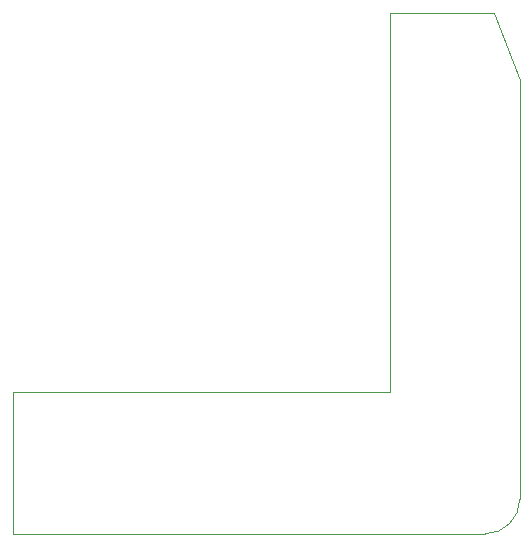
<source format=gbr>
G04 #@! TF.GenerationSoftware,KiCad,Pcbnew,7.0.1*
G04 #@! TF.CreationDate,2023-08-14T23:44:32-05:00*
G04 #@! TF.ProjectId,JoystickBoard,4a6f7973-7469-4636-9b42-6f6172642e6b,rev?*
G04 #@! TF.SameCoordinates,Original*
G04 #@! TF.FileFunction,Profile,NP*
%FSLAX46Y46*%
G04 Gerber Fmt 4.6, Leading zero omitted, Abs format (unit mm)*
G04 Created by KiCad (PCBNEW 7.0.1) date 2023-08-14 23:44:32*
%MOMM*%
%LPD*%
G01*
G04 APERTURE LIST*
G04 #@! TA.AperFunction,Profile*
%ADD10C,0.050000*%
G04 #@! TD*
G04 APERTURE END LIST*
D10*
X147000000Y-107100000D02*
X187000000Y-107100000D01*
X147000000Y-95100000D02*
X178900000Y-95100000D01*
X178900000Y-63000000D02*
X187700000Y-63000000D01*
X189900000Y-68700000D02*
X187700000Y-63000000D01*
X178900000Y-95100000D02*
X178900000Y-63000000D01*
X189900000Y-104200000D02*
X189900000Y-68700000D01*
X187000000Y-107100000D02*
G75*
G03*
X189900000Y-104200000I0J2900000D01*
G01*
X147000000Y-107100000D02*
X147000000Y-95100000D01*
M02*

</source>
